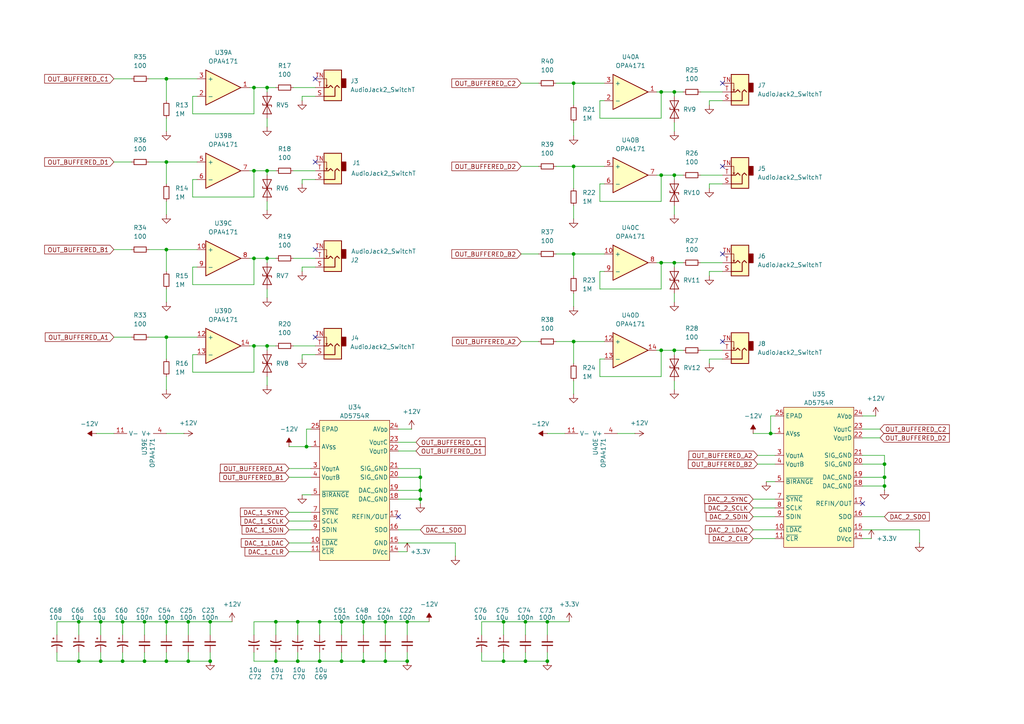
<source format=kicad_sch>
(kicad_sch (version 20250114) (generator "eeschema") (generator_version "9.0")
  (paper "A4")
  (junction (at 195.58 26.67))
  (junction (at 256.54 140.97))
  (junction (at 54.61 191.77))
  (junction (at 191.77 50.8))
  (junction (at 166.37 99.06))
  (junction (at 99.06 191.77))
  (junction (at 256.54 134.62))
  (junction (at 166.37 73.66))
  (junction (at 121.92 138.43))
  (junction (at 191.77 101.6))
  (junction (at 77.47 74.93))
  (junction (at 48.26 97.79))
  (junction (at 166.37 48.26))
  (junction (at 54.61 180.34))
  (junction (at 77.47 25.4))
  (junction (at 105.41 191.77))
  (junction (at 92.71 191.77))
  (junction (at 191.77 26.67))
  (junction (at 60.96 180.34))
  (junction (at 86.36 191.77))
  (junction (at 146.05 191.77))
  (junction (at 195.58 76.2))
  (junction (at 48.26 22.86))
  (junction (at 256.54 138.43))
  (junction (at 41.91 180.34))
  (junction (at 121.92 142.24))
  (junction (at 48.26 191.77))
  (junction (at 48.26 180.34))
  (junction (at 29.21 191.77))
  (junction (at 158.75 191.77))
  (junction (at 158.75 180.34))
  (junction (at 41.91 191.77))
  (junction (at 22.86 180.34))
  (junction (at 92.71 180.34))
  (junction (at 48.26 46.99))
  (junction (at 99.06 180.34))
  (junction (at 77.47 100.33))
  (junction (at 80.01 191.77))
  (junction (at 121.92 144.78))
  (junction (at 22.86 191.77))
  (junction (at 86.36 180.34))
  (junction (at 105.41 180.34))
  (junction (at 35.56 180.34))
  (junction (at 118.11 191.77))
  (junction (at 166.37 24.13))
  (junction (at 73.66 100.33))
  (junction (at 152.4 180.34))
  (junction (at 35.56 191.77))
  (junction (at 118.11 180.34))
  (junction (at 111.76 180.34))
  (junction (at 73.66 25.4))
  (junction (at 73.66 49.53))
  (junction (at 80.01 180.34))
  (junction (at 191.77 76.2))
  (junction (at 152.4 191.77))
  (junction (at 195.58 50.8))
  (junction (at 223.52 125.73))
  (junction (at 48.26 72.39))
  (junction (at 29.21 180.34))
  (junction (at 88.9 129.54))
  (junction (at 195.58 101.6))
  (junction (at 146.05 180.34))
  (junction (at 73.66 74.93))
  (junction (at 60.96 191.77))
  (junction (at 77.47 49.53))
  (junction (at 111.76 191.77))
  (no_connect (at 250.19 146.05))
  (no_connect (at 91.44 97.79))
  (no_connect (at 209.55 48.26))
  (no_connect (at 91.44 72.39))
  (no_connect (at 91.44 46.99))
  (no_connect (at 209.55 73.66))
  (no_connect (at 91.44 22.86))
  (no_connect (at 209.55 24.13))
  (no_connect (at 209.55 99.06))
  (no_connect (at 115.57 149.86))
  (wire (pts (xy 91.44 77.47) (xy 87.63 77.47)))
  (wire (pts (xy 173.99 29.21) (xy 173.99 34.29)))
  (wire (pts (xy 105.41 189.23) (xy 105.41 191.77)))
  (wire (pts (xy 33.02 46.99) (xy 38.1 46.99)))
  (wire (pts (xy 77.47 74.93) (xy 80.01 74.93)))
  (wire (pts (xy 158.75 180.34) (xy 165.1 180.34)))
  (wire (pts (xy 73.66 107.95) (xy 55.88 107.95)))
  (wire (pts (xy 16.51 180.34) (xy 16.51 184.15)))
  (wire (pts (xy 73.66 74.93) (xy 77.47 74.93)))
  (wire (pts (xy 48.26 97.79) (xy 48.26 104.14)))
  (wire (pts (xy 195.58 76.2) (xy 195.58 77.47)))
  (wire (pts (xy 139.7 189.23) (xy 139.7 191.77)))
  (wire (pts (xy 92.71 189.23) (xy 92.71 191.77)))
  (wire (pts (xy 195.58 59.69) (xy 195.58 62.23)))
  (wire (pts (xy 105.41 191.77) (xy 111.76 191.77)))
  (wire (pts (xy 166.37 85.09) (xy 166.37 88.9)))
  (wire (pts (xy 250.19 124.46) (xy 255.27 124.46)))
  (wire (pts (xy 173.99 83.82) (xy 173.99 78.74)))
  (wire (pts (xy 250.19 127) (xy 255.27 127)))
  (wire (pts (xy 80.01 191.77) (xy 86.36 191.77)))
  (wire (pts (xy 250.19 156.21) (xy 252.73 156.21)))
  (wire (pts (xy 72.39 74.93) (xy 73.66 74.93)))
  (wire (pts (xy 203.2 101.6) (xy 209.55 101.6)))
  (wire (pts (xy 43.18 22.86) (xy 48.26 22.86)))
  (wire (pts (xy 195.58 35.56) (xy 195.58 38.1)))
  (wire (pts (xy 41.91 180.34) (xy 48.26 180.34)))
  (wire (pts (xy 35.56 180.34) (xy 41.91 180.34)))
  (wire (pts (xy 48.26 180.34) (xy 48.26 184.15)))
  (wire (pts (xy 111.76 180.34) (xy 118.11 180.34)))
  (wire (pts (xy 173.99 58.42) (xy 173.99 53.34)))
  (wire (pts (xy 218.44 144.78) (xy 224.79 144.78)))
  (wire (pts (xy 190.5 26.67) (xy 191.77 26.67)))
  (wire (pts (xy 105.41 180.34) (xy 111.76 180.34)))
  (wire (pts (xy 219.71 132.08) (xy 224.79 132.08)))
  (wire (pts (xy 77.47 34.29) (xy 77.47 36.83)))
  (wire (pts (xy 48.26 46.99) (xy 57.15 46.99)))
  (wire (pts (xy 256.54 140.97) (xy 256.54 142.24)))
  (wire (pts (xy 91.44 102.87) (xy 87.63 102.87)))
  (wire (pts (xy 115.57 138.43) (xy 121.92 138.43)))
  (wire (pts (xy 115.57 153.67) (xy 121.92 153.67)))
  (wire (pts (xy 77.47 49.53) (xy 77.47 50.8)))
  (wire (pts (xy 219.71 134.62) (xy 224.79 134.62)))
  (wire (pts (xy 173.99 78.74) (xy 175.26 78.74)))
  (wire (pts (xy 55.88 33.02) (xy 73.66 33.02)))
  (wire (pts (xy 48.26 72.39) (xy 48.26 78.74)))
  (wire (pts (xy 41.91 191.77) (xy 48.26 191.77)))
  (wire (pts (xy 48.26 109.22) (xy 48.26 113.03)))
  (wire (pts (xy 166.37 24.13) (xy 175.26 24.13)))
  (wire (pts (xy 111.76 180.34) (xy 111.76 184.15)))
  (wire (pts (xy 35.56 189.23) (xy 35.56 191.77)))
  (wire (pts (xy 99.06 191.77) (xy 105.41 191.77)))
  (wire (pts (xy 218.44 125.73) (xy 223.52 125.73)))
  (wire (pts (xy 173.99 53.34) (xy 175.26 53.34)))
  (wire (pts (xy 60.96 180.34) (xy 60.96 184.15)))
  (wire (pts (xy 203.2 50.8) (xy 209.55 50.8)))
  (wire (pts (xy 191.77 101.6) (xy 195.58 101.6)))
  (wire (pts (xy 80.01 180.34) (xy 86.36 180.34)))
  (wire (pts (xy 218.44 156.21) (xy 224.79 156.21)))
  (wire (pts (xy 195.58 101.6) (xy 195.58 102.87)))
  (wire (pts (xy 191.77 26.67) (xy 191.77 34.29)))
  (wire (pts (xy 35.56 180.34) (xy 35.56 184.15)))
  (wire (pts (xy 77.47 58.42) (xy 77.47 60.96)))
  (wire (pts (xy 166.37 59.69) (xy 166.37 63.5)))
  (wire (pts (xy 87.63 52.07) (xy 87.63 53.34)))
  (wire (pts (xy 77.47 25.4) (xy 77.47 26.67)))
  (wire (pts (xy 54.61 191.77) (xy 60.96 191.77)))
  (wire (pts (xy 195.58 85.09) (xy 195.58 87.63)))
  (wire (pts (xy 191.77 83.82) (xy 173.99 83.82)))
  (wire (pts (xy 29.21 180.34) (xy 35.56 180.34)))
  (wire (pts (xy 203.2 26.67) (xy 209.55 26.67)))
  (wire (pts (xy 190.5 50.8) (xy 191.77 50.8)))
  (wire (pts (xy 48.26 189.23) (xy 48.26 191.77)))
  (wire (pts (xy 33.02 72.39) (xy 38.1 72.39)))
  (wire (pts (xy 73.66 74.93) (xy 73.66 82.55)))
  (wire (pts (xy 85.09 100.33) (xy 91.44 100.33)))
  (wire (pts (xy 29.21 189.23) (xy 29.21 191.77)))
  (wire (pts (xy 191.77 109.22) (xy 173.99 109.22)))
  (wire (pts (xy 22.86 189.23) (xy 22.86 191.77)))
  (wire (pts (xy 218.44 149.86) (xy 224.79 149.86)))
  (wire (pts (xy 132.08 161.29) (xy 132.08 157.48)))
  (wire (pts (xy 115.57 128.27) (xy 120.65 128.27)))
  (wire (pts (xy 121.92 142.24) (xy 121.92 144.78)))
  (wire (pts (xy 35.56 191.77) (xy 41.91 191.77)))
  (wire (pts (xy 146.05 180.34) (xy 146.05 184.15)))
  (wire (pts (xy 73.66 191.77) (xy 80.01 191.77)))
  (wire (pts (xy 88.9 124.46) (xy 90.17 124.46)))
  (wire (pts (xy 54.61 180.34) (xy 54.61 184.15)))
  (wire (pts (xy 158.75 125.73) (xy 163.83 125.73)))
  (wire (pts (xy 55.88 107.95) (xy 55.88 102.87)))
  (wire (pts (xy 146.05 189.23) (xy 146.05 191.77)))
  (wire (pts (xy 55.88 57.15) (xy 55.88 52.07)))
  (wire (pts (xy 195.58 76.2) (xy 198.12 76.2)))
  (wire (pts (xy 191.77 101.6) (xy 191.77 109.22)))
  (wire (pts (xy 195.58 50.8) (xy 195.58 52.07)))
  (wire (pts (xy 60.96 189.23) (xy 60.96 191.77)))
  (wire (pts (xy 48.26 34.29) (xy 48.26 38.1)))
  (wire (pts (xy 124.46 180.34) (xy 118.11 180.34)))
  (wire (pts (xy 173.99 109.22) (xy 173.99 104.14)))
  (wire (pts (xy 83.82 138.43) (xy 90.17 138.43)))
  (wire (pts (xy 105.41 180.34) (xy 105.41 184.15)))
  (wire (pts (xy 115.57 135.89) (xy 121.92 135.89)))
  (wire (pts (xy 73.66 82.55) (xy 55.88 82.55)))
  (wire (pts (xy 77.47 100.33) (xy 77.47 101.6)))
  (wire (pts (xy 166.37 99.06) (xy 166.37 105.41)))
  (wire (pts (xy 158.75 189.23) (xy 158.75 191.77)))
  (wire (pts (xy 250.19 120.65) (xy 254 120.65)))
  (wire (pts (xy 48.26 58.42) (xy 48.26 62.23)))
  (wire (pts (xy 195.58 26.67) (xy 195.58 27.94)))
  (wire (pts (xy 85.09 74.93) (xy 91.44 74.93)))
  (wire (pts (xy 29.21 180.34) (xy 29.21 184.15)))
  (wire (pts (xy 166.37 73.66) (xy 175.26 73.66)))
  (wire (pts (xy 205.74 53.34) (xy 205.74 54.61)))
  (wire (pts (xy 152.4 180.34) (xy 158.75 180.34)))
  (wire (pts (xy 33.02 22.86) (xy 38.1 22.86)))
  (wire (pts (xy 67.31 180.34) (xy 60.96 180.34)))
  (wire (pts (xy 209.55 104.14) (xy 205.74 104.14)))
  (wire (pts (xy 77.47 100.33) (xy 80.01 100.33)))
  (wire (pts (xy 77.47 83.82) (xy 77.47 86.36)))
  (wire (pts (xy 88.9 129.54) (xy 88.9 124.46)))
  (wire (pts (xy 43.18 97.79) (xy 48.26 97.79)))
  (wire (pts (xy 152.4 191.77) (xy 158.75 191.77)))
  (wire (pts (xy 77.47 109.22) (xy 77.47 111.76)))
  (wire (pts (xy 86.36 191.77) (xy 92.71 191.77)))
  (wire (pts (xy 99.06 180.34) (xy 105.41 180.34)))
  (wire (pts (xy 250.19 132.08) (xy 256.54 132.08)))
  (wire (pts (xy 166.37 73.66) (xy 166.37 80.01)))
  (wire (pts (xy 22.86 180.34) (xy 22.86 184.15)))
  (wire (pts (xy 190.5 76.2) (xy 191.77 76.2)))
  (wire (pts (xy 205.74 53.34) (xy 209.55 53.34)))
  (wire (pts (xy 161.29 24.13) (xy 166.37 24.13)))
  (wire (pts (xy 115.57 124.46) (xy 119.38 124.46)))
  (wire (pts (xy 166.37 24.13) (xy 166.37 30.48)))
  (wire (pts (xy 151.13 99.06) (xy 156.21 99.06)))
  (wire (pts (xy 72.39 25.4) (xy 73.66 25.4)))
  (wire (pts (xy 73.66 57.15) (xy 55.88 57.15)))
  (wire (pts (xy 266.7 157.48) (xy 266.7 153.67)))
  (wire (pts (xy 190.5 101.6) (xy 191.77 101.6)))
  (wire (pts (xy 266.7 153.67) (xy 250.19 153.67)))
  (wire (pts (xy 48.26 72.39) (xy 57.15 72.39)))
  (wire (pts (xy 29.21 191.77) (xy 35.56 191.77)))
  (wire (pts (xy 85.09 49.53) (xy 91.44 49.53)))
  (wire (pts (xy 27.94 125.73) (xy 33.02 125.73)))
  (wire (pts (xy 41.91 180.34) (xy 41.91 184.15)))
  (wire (pts (xy 161.29 99.06) (xy 166.37 99.06)))
  (wire (pts (xy 73.66 25.4) (xy 73.66 33.02)))
  (wire (pts (xy 195.58 50.8) (xy 198.12 50.8)))
  (wire (pts (xy 166.37 110.49) (xy 166.37 114.3)))
  (wire (pts (xy 73.66 180.34) (xy 80.01 180.34)))
  (wire (pts (xy 223.52 125.73) (xy 223.52 120.65)))
  (wire (pts (xy 55.88 52.07) (xy 57.15 52.07)))
  (wire (pts (xy 48.26 46.99) (xy 48.26 53.34)))
  (wire (pts (xy 111.76 191.77) (xy 118.11 191.77)))
  (wire (pts (xy 218.44 147.32) (xy 224.79 147.32)))
  (wire (pts (xy 166.37 99.06) (xy 175.26 99.06)))
  (wire (pts (xy 83.82 148.59) (xy 90.17 148.59)))
  (wire (pts (xy 173.99 104.14) (xy 175.26 104.14)))
  (wire (pts (xy 205.74 104.14) (xy 205.74 105.41)))
  (wire (pts (xy 256.54 134.62) (xy 256.54 138.43)))
  (wire (pts (xy 139.7 191.77) (xy 146.05 191.77)))
  (wire (pts (xy 195.58 101.6) (xy 198.12 101.6)))
  (wire (pts (xy 132.08 157.48) (xy 115.57 157.48)))
  (wire (pts (xy 173.99 34.29) (xy 191.77 34.29)))
  (wire (pts (xy 99.06 180.34) (xy 99.06 184.15)))
  (wire (pts (xy 250.19 138.43) (xy 256.54 138.43)))
  (wire (pts (xy 55.88 82.55) (xy 55.88 77.47)))
  (wire (pts (xy 77.47 74.93) (xy 77.47 76.2)))
  (wire (pts (xy 191.77 76.2) (xy 195.58 76.2)))
  (wire (pts (xy 115.57 144.78) (xy 121.92 144.78)))
  (wire (pts (xy 191.77 76.2) (xy 191.77 83.82)))
  (wire (pts (xy 161.29 73.66) (xy 166.37 73.66)))
  (wire (pts (xy 166.37 48.26) (xy 175.26 48.26)))
  (wire (pts (xy 87.63 143.51) (xy 90.17 143.51)))
  (wire (pts (xy 22.86 191.77) (xy 29.21 191.77)))
  (wire (pts (xy 77.47 49.53) (xy 80.01 49.53)))
  (wire (pts (xy 256.54 132.08) (xy 256.54 134.62)))
  (wire (pts (xy 151.13 24.13) (xy 156.21 24.13)))
  (wire (pts (xy 16.51 191.77) (xy 22.86 191.77)))
  (wire (pts (xy 55.88 77.47) (xy 57.15 77.47)))
  (wire (pts (xy 41.91 189.23) (xy 41.91 191.77)))
  (wire (pts (xy 80.01 180.34) (xy 80.01 184.15)))
  (wire (pts (xy 73.66 100.33) (xy 73.66 107.95)))
  (wire (pts (xy 80.01 189.23) (xy 80.01 191.77)))
  (wire (pts (xy 22.86 180.34) (xy 29.21 180.34)))
  (wire (pts (xy 87.63 102.87) (xy 87.63 104.14)))
  (wire (pts (xy 195.58 26.67) (xy 198.12 26.67)))
  (wire (pts (xy 158.75 180.34) (xy 158.75 184.15)))
  (wire (pts (xy 111.76 189.23) (xy 111.76 191.77)))
  (wire (pts (xy 16.51 180.34) (xy 22.86 180.34)))
  (wire (pts (xy 250.19 149.86) (xy 256.54 149.86)))
  (wire (pts (xy 115.57 160.02) (xy 118.11 160.02)))
  (wire (pts (xy 54.61 189.23) (xy 54.61 191.77)))
  (wire (pts (xy 205.74 29.21) (xy 205.74 30.48)))
  (wire (pts (xy 191.77 26.67) (xy 195.58 26.67)))
  (wire (pts (xy 73.66 25.4) (xy 77.47 25.4)))
  (wire (pts (xy 43.18 72.39) (xy 48.26 72.39)))
  (wire (pts (xy 115.57 142.24) (xy 121.92 142.24)))
  (wire (pts (xy 166.37 35.56) (xy 166.37 39.37)))
  (wire (pts (xy 118.11 180.34) (xy 118.11 184.15)))
  (wire (pts (xy 118.11 189.23) (xy 118.11 191.77)))
  (wire (pts (xy 209.55 29.21) (xy 205.74 29.21)))
  (wire (pts (xy 48.26 191.77) (xy 54.61 191.77)))
  (wire (pts (xy 88.9 129.54) (xy 90.17 129.54)))
  (wire (pts (xy 151.13 48.26) (xy 156.21 48.26)))
  (wire (pts (xy 92.71 180.34) (xy 99.06 180.34)))
  (wire (pts (xy 73.66 49.53) (xy 73.66 57.15)))
  (wire (pts (xy 48.26 97.79) (xy 57.15 97.79)))
  (wire (pts (xy 72.39 100.33) (xy 73.66 100.33)))
  (wire (pts (xy 205.74 78.74) (xy 205.74 80.01)))
  (wire (pts (xy 115.57 130.81) (xy 120.65 130.81)))
  (wire (pts (xy 73.66 189.23) (xy 73.66 191.77)))
  (wire (pts (xy 86.36 189.23) (xy 86.36 191.77)))
  (wire (pts (xy 91.44 27.94) (xy 87.63 27.94)))
  (wire (pts (xy 83.82 157.48) (xy 90.17 157.48)))
  (wire (pts (xy 92.71 180.34) (xy 92.71 184.15)))
  (wire (pts (xy 55.88 102.87) (xy 57.15 102.87)))
  (wire (pts (xy 92.71 191.77) (xy 99.06 191.77)))
  (wire (pts (xy 33.02 97.79) (xy 38.1 97.79)))
  (wire (pts (xy 48.26 22.86) (xy 57.15 22.86)))
  (wire (pts (xy 83.82 153.67) (xy 90.17 153.67)))
  (wire (pts (xy 54.61 180.34) (xy 60.96 180.34)))
  (wire (pts (xy 191.77 50.8) (xy 195.58 50.8)))
  (wire (pts (xy 72.39 49.53) (xy 73.66 49.53)))
  (wire (pts (xy 203.2 76.2) (xy 209.55 76.2)))
  (wire (pts (xy 83.82 160.02) (xy 90.17 160.02)))
  (wire (pts (xy 139.7 180.34) (xy 146.05 180.34)))
  (wire (pts (xy 146.05 191.77) (xy 152.4 191.77)))
  (wire (pts (xy 87.63 27.94) (xy 87.63 29.21)))
  (wire (pts (xy 179.07 125.73) (xy 184.15 125.73)))
  (wire (pts (xy 250.19 134.62) (xy 256.54 134.62)))
  (wire (pts (xy 83.82 135.89) (xy 90.17 135.89)))
  (wire (pts (xy 43.18 46.99) (xy 48.26 46.99)))
  (wire (pts (xy 73.66 49.53) (xy 77.47 49.53)))
  (wire (pts (xy 121.92 144.78) (xy 121.92 146.05)))
  (wire (pts (xy 152.4 180.34) (xy 152.4 184.15)))
  (wire (pts (xy 161.29 48.26) (xy 166.37 48.26)))
  (wire (pts (xy 166.37 48.26) (xy 166.37 54.61)))
  (wire (pts (xy 99.06 189.23) (xy 99.06 191.77)))
  (wire (pts (xy 205.74 78.74) (xy 209.55 78.74)))
  (wire (pts (xy 48.26 180.34) (xy 54.61 180.34)))
  (wire (pts (xy 191.77 58.42) (xy 173.99 58.42)))
  (wire (pts (xy 83.82 129.54) (xy 88.9 129.54)))
  (wire (pts (xy 222.25 139.7) (xy 224.79 139.7)))
  (wire (pts (xy 146.05 180.34) (xy 152.4 180.34)))
  (wire (pts (xy 195.58 110.49) (xy 195.58 113.03)))
  (wire (pts (xy 250.19 140.97) (xy 256.54 140.97)))
  (wire (pts (xy 175.26 29.21) (xy 173.99 29.21)))
  (wire (pts (xy 48.26 83.82) (xy 48.26 87.63)))
  (wire (pts (xy 151.13 73.66) (xy 156.21 73.66)))
  (wire (pts (xy 121.92 138.43) (xy 121.92 142.24)))
  (wire (pts (xy 73.66 100.33) (xy 77.47 100.33)))
  (wire (pts (xy 139.7 180.34) (xy 139.7 184.15)))
  (wire (pts (xy 16.51 189.23) (xy 16.51 191.77)))
  (wire (pts (xy 83.82 151.13) (xy 90.17 151.13)))
  (wire (pts (xy 55.88 27.94) (xy 55.88 33.02)))
  (wire (pts (xy 121.92 135.89) (xy 121.92 138.43)))
  (wire (pts (xy 86.36 180.34) (xy 92.71 180.34)))
  (wire (pts (xy 48.26 125.73) (xy 53.34 125.73)))
  (wire (pts (xy 48.26 22.86) (xy 48.26 29.21)))
  (wire (pts (xy 87.63 77.47) (xy 87.63 78.74)))
  (wire (pts (xy 223.52 125.73) (xy 224.79 125.73)))
  (wire (pts (xy 152.4 189.23) (xy 152.4 191.77)))
  (wire (pts (xy 73.66 180.34) (xy 73.66 184.15)))
  (wire (pts (xy 85.09 25.4) (xy 91.44 25.4)))
  (wire (pts (xy 191.77 50.8) (xy 191.77 58.42)))
  (wire (pts (xy 91.44 52.07) (xy 87.63 52.07)))
  (wire (pts (xy 77.47 25.4) (xy 80.01 25.4)))
  (wire (pts (xy 86.36 180.34) (xy 86.36 184.15)))
  (wire (pts (xy 218.44 153.67) (xy 224.79 153.67)))
  (wire (pts (xy 223.52 120.65) (xy 224.79 120.65)))
  (wire (pts (xy 57.15 27.94) (xy 55.88 27.94)))
  (wire (pts (xy 256.54 138.43) (xy 256.54 140.97)))
  (global_label "DAC_2_SDIN" (shape input) (at 218.44 149.86 180) (property "Intersheetrefs" "${INTERSHEET_REFS}" (effects (hide yes))))
  (global_label "OUT_BUFFERED_D2" (shape input) (at 151.13 48.26 180) (property "Intersheetrefs" "${INTERSHEET_REFS}" (effects (hide yes))))
  (global_label "OUT_BUFFERED_C2" (shape input) (at 151.13 24.13 180) (property "Intersheetrefs" "${INTERSHEET_REFS}" (effects (hide yes))))
  (global_label "OUT_BUFFERED_A2" (shape input) (at 219.71 132.08 180) (property "Intersheetrefs" "${INTERSHEET_REFS}" (effects (hide yes))))
  (global_label "DAC_1_SCLK" (shape input) (at 83.82 151.13 180) (property "Intersheetrefs" "${INTERSHEET_REFS}" (effects (hide yes))))
  (global_label "DAC_1_SDIN" (shape input) (at 83.82 153.67 180) (property "Intersheetrefs" "${INTERSHEET_REFS}" (effects (hide yes))))
  (global_label "OUT_BUFFERED_D1" (shape input) (at 120.65 130.81 0) (property "Intersheetrefs" "${INTERSHEET_REFS}" (effects (hide yes))))
  (global_label "OUT_BUFFERED_C1" (shape input) (at 120.65 128.27 0) (property "Intersheetrefs" "${INTERSHEET_REFS}" (effects (hide yes))))
  (global_label "OUT_BUFFERED_D2" (shape input) (at 255.27 127 0) (property "Intersheetrefs" "${INTERSHEET_REFS}" (effects (hide yes))))
  (global_label "DAC_2_LDAC" (shape input) (at 218.44 153.67 180) (property "Intersheetrefs" "${INTERSHEET_REFS}" (effects (hide yes))))
  (global_label "DAC_1_SYNC" (shape input) (at 83.82 148.59 180) (property "Intersheetrefs" "${INTERSHEET_REFS}" (effects (hide yes))))
  (global_label "DAC_2_SDO" (shape input) (at 256.54 149.86 0) (property "Intersheetrefs" "${INTERSHEET_REFS}" (effects (hide yes))))
  (global_label "DAC_1_LDAC" (shape input) (at 83.82 157.48 180) (property "Intersheetrefs" "${INTERSHEET_REFS}" (effects (hide yes))))
  (global_label "DAC_2_CLR" (shape input) (at 218.44 156.21 180) (property "Intersheetrefs" "${INTERSHEET_REFS}" (effects (hide yes))))
  (global_label "OUT_BUFFERED_A2" (shape input) (at 151.13 99.06 180) (property "Intersheetrefs" "${INTERSHEET_REFS}" (effects (hide yes))))
  (global_label "DAC_1_CLR" (shape input) (at 83.82 160.02 180) (property "Intersheetrefs" "${INTERSHEET_REFS}" (effects (hide yes))))
  (global_label "DAC_2_SYNC" (shape input) (at 218.44 144.78 180) (property "Intersheetrefs" "${INTERSHEET_REFS}" (effects (hide yes))))
  (global_label "OUT_BUFFERED_A1" (shape input) (at 83.82 135.89 180) (property "Intersheetrefs" "${INTERSHEET_REFS}" (effects (hide yes))))
  (global_label "DAC_2_SCLK" (shape input) (at 218.44 147.32 180) (property "Intersheetrefs" "${INTERSHEET_REFS}" (effects (hide yes))))
  (global_label "OUT_BUFFERED_B2" (shape input) (at 219.71 134.62 180) (property "Intersheetrefs" "${INTERSHEET_REFS}" (effects (hide yes))))
  (global_label "OUT_BUFFERED_A1" (shape input) (at 33.02 97.79 180) (property "Intersheetrefs" "${INTERSHEET_REFS}" (effects (hide yes))))
  (global_label "OUT_BUFFERED_C2" (shape input) (at 255.27 124.46 0) (property "Intersheetrefs" "${INTERSHEET_REFS}" (effects (hide yes))))
  (global_label "OUT_BUFFERED_B2" (shape input) (at 151.13 73.66 180) (property "Intersheetrefs" "${INTERSHEET_REFS}" (effects (hide yes))))
  (global_label "OUT_BUFFERED_B1" (shape input) (at 33.02 72.39 180) (property "Intersheetrefs" "${INTERSHEET_REFS}" (effects (hide yes))))
  (global_label "DAC_1_SDO" (shape input) (at 121.92 153.67 0) (property "Intersheetrefs" "${INTERSHEET_REFS}" (effects (hide yes))))
  (global_label "OUT_BUFFERED_B1" (shape input) (at 83.82 138.43 180) (property "Intersheetrefs" "${INTERSHEET_REFS}" (effects (hide yes))))
  (global_label "OUT_BUFFERED_D1" (shape input) (at 33.02 46.99 180) (property "Intersheetrefs" "${INTERSHEET_REFS}" (effects (hide yes))))
  (global_label "OUT_BUFFERED_C1" (shape input) (at 33.02 22.86 180) (property "Intersheetrefs" "${INTERSHEET_REFS}" (effects (hide yes))))
  (symbol (lib_id "Diode:SD12_SOD323") (at 77.47 105.41 90) (unit 1)
    (property "Reference" "RV8" (at 80.01 105.4099 90) (effects (justify right)))
    (property "Value" "SD12C-01FTG" (effects (hide yes)))
    (property "Footprint" "Diode_SMD:D_SOD-323" (effects (hide yes)))
    (property "Datasheet" "https://www.littelfuse.com/~/media/electronics/datasheets/tvs_diode_arrays/littelfuse_tvs_diode_array_sd_c_datasheet.pdf.pdf" (effects (hide yes)))
    (property "Description" "12V, 450W Discrete Bidirectional TVS Diode, SOD-323" (effects (hide yes)))
    (property "Sim.Name" "kicad_builtin_varistor" (effects (hide yes)))
    (property "Sim.Device" "SUBCKT" (effects (hide yes)))
    (property "Sim.Pins" "1=A 2=B" (effects (hide yes)))
    (property "Sim.Params" "threshold=1k" (effects (hide yes)))
    (property "Sim.Library" "${KICAD7_SYMBOL_DIR}/Simulation_SPICE.sp" (effects (hide yes)))
    (property "LCSC Part #" "C135970" (effects (hide yes)))
  )
  (symbol (lib_id "Diode:SD12_SOD323") (at 195.58 81.28 90) (unit 1)
    (property "Reference" "RV11" (at 198.12 81.2799 90) (effects (justify right)))
    (property "Value" "SD12C-01FTG" (effects (hide yes)))
    (property "Footprint" "Diode_SMD:D_SOD-323" (effects (hide yes)))
    (property "Datasheet" "https://www.littelfuse.com/~/media/electronics/datasheets/tvs_diode_arrays/littelfuse_tvs_diode_array_sd_c_datasheet.pdf.pdf" (effects (hide yes)))
    (property "Description" "12V, 450W Discrete Bidirectional TVS Diode, SOD-323" (effects (hide yes)))
    (property "Sim.Name" "kicad_builtin_varistor" (effects (hide yes)))
    (property "Sim.Device" "SUBCKT" (effects (hide yes)))
    (property "Sim.Pins" "1=A 2=B" (effects (hide yes)))
    (property "Sim.Params" "threshold=1k" (effects (hide yes)))
    (property "Sim.Library" "${KICAD7_SYMBOL_DIR}/Simulation_SPICE.sp" (effects (hide yes)))
    (property "LCSC Part #" "C135970" (effects (hide yes)))
  )
  (symbol (lib_id "Device:C_Polarized_Small_US") (at 22.86 186.69 0) (unit 1)
    (property "Reference" "C66" (at 20.574 177.038 0) (effects (justify left)))
    (property "Value" "10u" (at 20.574 179.07 0) (effects (justify left)))
    (property "Footprint" "Capacitor_SMD:C_0805_2012Metric" (effects (hide yes)))
    (property "Description" "Tantalum Capacitor (polarized)" (effects (hide yes)))
    (property "LCSC Part #" "C237493" (effects (hide yes)))
  )
  (symbol (lib_id "power:-12V") (at 218.44 125.73 0) (mirror y) (unit 1)
    (property "Reference" "#PWR0237" (effects (hide yes)))
    (property "Value" "-12V" (at 218.44 120.65 0))
    (property "Description" "Power symbol creates a global label with name \"-12V\"" (effects (hide yes)))
  )
  (symbol (lib_id "power:GND") (at 222.25 139.7 0) (unit 1)
    (property "Reference" "#PWR0251" (effects (hide yes)))
    (property "Value" "GND" (effects (hide yes)))
    (property "Description" "Power symbol creates a global label with name \"GND\" , ground" (effects (hide yes)))
  )
  (symbol (lib_id "Device:C_Small") (at 48.26 186.69 0) (mirror y) (unit 1)
    (property "Reference" "C54" (at 45.72 177.038 0) (effects (justify right)))
    (property "Value" "100n" (at 45.72 179.07 0) (effects (justify right)))
    (property "Footprint" "Capacitor_SMD:C_0603_1608Metric" (effects (hide yes)))
    (property "Description" "Multilayer Ceramic Capacitor (unpolarized)" (effects (hide yes)))
    (property "LCSC Part #" "C14663" (effects (hide yes)))
  )
  (symbol (lib_id "Device:Opamp_Quad") (at 182.88 26.67 0) (unit 1)
    (property "Reference" "U40" (at 182.88 16.51 0))
    (property "Value" "OPA4171" (at 182.88 19.05 0))
    (property "Footprint" "Package_SO:TSSOP-14_4.4x5mm_P0.65mm" (effects (hide yes)))
    (property "Description" "Quad 8pA 1.5V/us 3MHz TSSOP-14 Operational Amplifier ROHS" (effects (hide yes)))
    (property "Sim.Library" "${KICAD7_SYMBOL_DIR}/Simulation_SPICE.sp" (effects (hide yes)))
    (property "Sim.Name" "kicad_builtin_opamp_quad" (effects (hide yes)))
    (property "Sim.Device" "SUBCKT" (effects (hide yes)))
    (property "Sim.Pins" "1=out1 2=in1- 3=in1+ 4=vcc 5=in2+ 6=in2- 7=out2 8=out3 9=in3- 10=in3+ 11=vee 12=in4+ 13=in4- 14=out4" (effects (hide yes)))
    (property "LCSC Part #" "C529553" (effects (hide yes)))
  )
  (symbol (lib_id "Device:C_Polarized_Small_US") (at 29.21 186.69 0) (unit 1)
    (property "Reference" "C63" (at 26.924 177.038 0) (effects (justify left)))
    (property "Value" "10u" (at 26.924 179.07 0) (effects (justify left)))
    (property "Footprint" "Capacitor_SMD:C_0805_2012Metric" (effects (hide yes)))
    (property "Description" "Tantalum Capacitor (polarized)" (effects (hide yes)))
    (property "LCSC Part #" "C237493" (effects (hide yes)))
  )
  (symbol (lib_id "power:+12V") (at 119.38 124.46 0) (unit 1)
    (property "Reference" "#PWR0242" (effects (hide yes)))
    (property "Value" "+12V" (at 119.38 119.38 0))
    (property "Description" "Power symbol creates a global label with name \"+12V\"" (effects (hide yes)))
  )
  (symbol (lib_id "power:GND") (at 205.74 30.48 0) (unit 1)
    (property "Reference" "#PWR059" (effects (hide yes)))
    (property "Value" "GND" (effects (hide yes)))
    (property "Description" "Power symbol creates a global label with name \"GND\" , ground" (effects (hide yes)))
  )
  (symbol (lib_id "Device:R_Small") (at 158.75 24.13 90) (unit 1)
    (property "Reference" "R40" (at 158.75 17.78 90))
    (property "Value" "100" (at 158.75 20.32 90))
    (property "Footprint" "Resistor_SMD:R_0402_1005Metric" (effects (hide yes)))
    (property "Description" "Resistor, small symbol" (effects (hide yes)))
    (property "LCSC Part #" "C25076" (effects (hide yes)))
  )
  (symbol (lib_id "power:GND") (at 166.37 63.5 0) (unit 1)
    (property "Reference" "#PWR051" (effects (hide yes)))
    (property "Value" "GND" (effects (hide yes)))
    (property "Description" "Power symbol creates a global label with name \"GND\" , ground" (effects (hide yes)))
  )
  (symbol (lib_id "Device:R_Small") (at 200.66 76.2 90) (unit 1)
    (property "Reference" "R27" (at 200.66 69.85 90))
    (property "Value" "100" (at 200.66 72.39 90))
    (property "Footprint" "Resistor_SMD:R_0603_1608Metric" (effects (hide yes)))
    (property "Description" "Resistor, small symbol" (effects (hide yes)))
    (property "LCSC Part #" "C22775" (effects (hide yes)))
  )
  (symbol (lib_id "Device:C_Polarized_Small_US") (at 16.51 186.69 0) (unit 1)
    (property "Reference" "C68" (at 14.224 177.038 0) (effects (justify left)))
    (property "Value" "10u" (at 14.224 179.07 0) (effects (justify left)))
    (property "Footprint" "Capacitor_SMD:C_0805_2012Metric" (effects (hide yes)))
    (property "Description" "Tantalum Capacitor (polarized)" (effects (hide yes)))
    (property "LCSC Part #" "C237493" (effects (hide yes)))
  )
  (symbol (lib_id "Connector_Audio:AudioJack2_SwitchT") (at 96.52 25.4 180) (unit 1)
    (property "Reference" "J3" (at 101.6 23.4949 0) (effects (justify right)))
    (property "Value" "AudioJack2_SwitchT" (at 101.6 26.0349 0) (effects (justify right)))
    (property "Footprint" "BMCV:Jack_3.5mm_QingPu_WQP-PJ398SM_Vertical_CircularHoles" (effects (hide yes)))
    (property "Description" "Audio Jack, 2 Poles (Mono / TS), Switched T Pole (Normalling)" (effects (hide yes)))
  )
  (symbol (lib_id "power:GND") (at 87.63 104.14 0) (unit 1)
    (property "Reference" "#PWR055" (effects (hide yes)))
    (property "Value" "GND" (effects (hide yes)))
    (property "Description" "Power symbol creates a global label with name \"GND\" , ground" (effects (hide yes)))
  )
  (symbol (lib_id "Diode:SD12_SOD323") (at 195.58 106.68 90) (unit 1)
    (property "Reference" "RV12" (at 203.2 106.68 90) (effects (justify left)))
    (property "Value" "SD12C-01FTG" (effects (hide yes)))
    (property "Footprint" "Diode_SMD:D_SOD-323" (effects (hide yes)))
    (property "Datasheet" "https://www.littelfuse.com/~/media/electronics/datasheets/tvs_diode_arrays/littelfuse_tvs_diode_array_sd_c_datasheet.pdf.pdf" (effects (hide yes)))
    (property "Description" "12V, 450W Discrete Bidirectional TVS Diode, SOD-323" (effects (hide yes)))
    (property "Sim.Name" "kicad_builtin_varistor" (effects (hide yes)))
    (property "Sim.Device" "SUBCKT" (effects (hide yes)))
    (property "Sim.Pins" "1=A 2=B" (effects (hide yes)))
    (property "Sim.Params" "threshold=1k" (effects (hide yes)))
    (property "Sim.Library" "${KICAD7_SYMBOL_DIR}/Simulation_SPICE.sp" (effects (hide yes)))
    (property "LCSC Part #" "C135970" (effects (hide yes)))
  )
  (symbol (lib_id "power:GND") (at 48.26 87.63 0) (unit 1)
    (property "Reference" "#PWR044" (effects (hide yes)))
    (property "Value" "GND" (effects (hide yes)))
    (property "Description" "Power symbol creates a global label with name \"GND\" , ground" (effects (hide yes)))
  )
  (symbol (lib_id "Device:C_Small") (at 99.06 186.69 0) (mirror x) (unit 1)
    (property "Reference" "C51" (at 100.584 177.038 0) (effects (justify right)))
    (property "Value" "100n" (at 101.6 179.07 0) (effects (justify right)))
    (property "Footprint" "Capacitor_SMD:C_0603_1608Metric" (effects (hide yes)))
    (property "Description" "Multilayer Ceramic Capacitor (unpolarized)" (effects (hide yes)))
    (property "LCSC Part #" "C14663" (effects (hide yes)))
  )
  (symbol (lib_id "power:+12V") (at 53.34 125.73 270) (unit 1)
    (property "Reference" "#PWR049" (effects (hide yes)))
    (property "Value" "+12V" (at 54.61 122.682 90))
    (property "Description" "Power symbol creates a global label with name \"+12V\"" (effects (hide yes)))
  )
  (symbol (lib_id "Device:Opamp_Quad") (at 40.64 128.27 270) (unit 5)
    (property "Reference" "U39" (at 41.9101 127 0) (effects (justify left)))
    (property "Value" "OPA4171" (at 44.196 127 0) (effects (justify left)))
    (property "Footprint" "Package_SO:TSSOP-14_4.4x5mm_P0.65mm" (effects (hide yes)))
    (property "Description" "Quad 8pA 1.5V/us 3MHz TSSOP-14 Operational Amplifier ROHS" (effects (hide yes)))
    (property "Sim.Library" "${KICAD7_SYMBOL_DIR}/Simulation_SPICE.sp" (effects (hide yes)))
    (property "Sim.Name" "kicad_builtin_opamp_quad" (effects (hide yes)))
    (property "Sim.Device" "SUBCKT" (effects (hide yes)))
    (property "Sim.Pins" "1=out1 2=in1- 3=in1+ 4=vcc 5=in2+ 6=in2- 7=out2 8=out3 9=in3- 10=in3+ 11=vee 12=in4+ 13=in4- 14=out4" (effects (hide yes)))
    (property "LCSC Part #" "C529553" (effects (hide yes)))
  )
  (symbol (lib_id "Diode:SD12_SOD323") (at 195.58 55.88 90) (unit 1)
    (property "Reference" "RV10" (at 198.12 55.8799 90) (effects (justify right)))
    (property "Value" "SD12C-01FTG" (effects (hide yes)))
    (property "Footprint" "Diode_SMD:D_SOD-323" (effects (hide yes)))
    (property "Datasheet" "https://www.littelfuse.com/~/media/electronics/datasheets/tvs_diode_arrays/littelfuse_tvs_diode_array_sd_c_datasheet.pdf.pdf" (effects (hide yes)))
    (property "Description" "12V, 450W Discrete Bidirectional TVS Diode, SOD-323" (effects (hide yes)))
    (property "Sim.Name" "kicad_builtin_varistor" (effects (hide yes)))
    (property "Sim.Device" "SUBCKT" (effects (hide yes)))
    (property "Sim.Pins" "1=A 2=B" (effects (hide yes)))
    (property "Sim.Params" "threshold=1k" (effects (hide yes)))
    (property "Sim.Library" "${KICAD7_SYMBOL_DIR}/Simulation_SPICE.sp" (effects (hide yes)))
    (property "LCSC Part #" "C135970" (effects (hide yes)))
  )
  (symbol (lib_id "power:-12V") (at 124.46 180.34 0) (mirror y) (unit 1)
    (property "Reference" "#PWR0252" (effects (hide yes)))
    (property "Value" "-12V" (at 124.46 175.26 0))
    (property "Description" "Power symbol creates a global label with name \"-12V\"" (effects (hide yes)))
  )
  (symbol (lib_id "Device:R_Small") (at 82.55 25.4 90) (unit 1)
    (property "Reference" "R17" (at 82.55 19.05 90))
    (property "Value" "100" (at 82.55 21.59 90))
    (property "Footprint" "Resistor_SMD:R_0603_1608Metric" (effects (hide yes)))
    (property "Description" "Resistor, small symbol" (effects (hide yes)))
    (property "LCSC Part #" "C22775" (effects (hide yes)))
  )
  (symbol (lib_id "power:-12V") (at 158.75 125.73 90) (unit 1)
    (property "Reference" "#PWR062" (effects (hide yes)))
    (property "Value" "-12V" (at 156.718 122.936 90))
    (property "Description" "Power symbol creates a global label with name \"-12V\"" (effects (hide yes)))
  )
  (symbol (lib_id "Connector_Audio:AudioJack2_SwitchT") (at 96.52 74.93 180) (unit 1)
    (property "Reference" "J2" (at 102.87 75.438 0))
    (property "Value" "AudioJack2_SwitchT" (at 111.252 72.898 0))
    (property "Footprint" "BMCV:Jack_3.5mm_QingPu_WQP-PJ398SM_Vertical_CircularHoles" (effects (hide yes)))
    (property "Description" "Audio Jack, 2 Poles (Mono / TS), Switched T Pole (Normalling)" (effects (hide yes)))
  )
  (symbol (lib_id "Device:C_Polarized_Small_US") (at 86.36 186.69 180) (unit 1)
    (property "Reference" "C70" (at 88.646 196.342 0) (effects (justify left)))
    (property "Value" "10u" (at 88.646 194.31 0) (effects (justify left)))
    (property "Footprint" "Capacitor_SMD:C_0805_2012Metric" (effects (hide yes)))
    (property "Description" "Tantalum Capacitor (polarized)" (effects (hide yes)))
    (property "LCSC Part #" "C237493" (effects (hide yes)))
  )
  (symbol (lib_id "Device:Opamp_Quad") (at 64.77 100.33 0) (unit 4)
    (property "Reference" "U39" (at 64.77 90.17 0))
    (property "Value" "OPA4171" (at 64.77 92.71 0))
    (property "Footprint" "Package_SO:TSSOP-14_4.4x5mm_P0.65mm" (effects (hide yes)))
    (property "Description" "Quad 8pA 1.5V/us 3MHz TSSOP-14 Operational Amplifier ROHS" (effects (hide yes)))
    (property "Sim.Library" "${KICAD7_SYMBOL_DIR}/Simulation_SPICE.sp" (effects (hide yes)))
    (property "Sim.Name" "kicad_builtin_opamp_quad" (effects (hide yes)))
    (property "Sim.Device" "SUBCKT" (effects (hide yes)))
    (property "Sim.Pins" "1=out1 2=in1- 3=in1+ 4=vcc 5=in2+ 6=in2- 7=out2 8=out3 9=in3- 10=in3+ 11=vee 12=in4+ 13=in4- 14=out4" (effects (hide yes)))
    (property "LCSC Part #" "C529553" (effects (hide yes)))
  )
  (symbol (lib_id "PCM_4ms_Power-symbol:+3.3V") (at 252.73 156.21 0) (unit 1)
    (property "Reference" "#PWR043" (effects (hide yes)))
    (property "Value" "+3.3V" (at 257.175 156.21 0))
  )
  (symbol (lib_id "power:GND") (at 195.58 113.03 0) (unit 1)
    (property "Reference" "#PWR077" (effects (hide yes)))
    (property "Value" "GND" (effects (hide yes)))
    (property "Description" "Power symbol creates a global label with name \"GND\" , ground" (effects (hide yes)))
  )
  (symbol (lib_id "Device:C_Small") (at 158.75 186.69 180) (unit 1)
    (property "Reference" "C73" (at 156.464 177.038 0) (effects (justify right)))
    (property "Value" "100n" (at 156.21 179.07 0) (effects (justify right)))
    (property "Footprint" "Capacitor_SMD:C_0603_1608Metric" (effects (hide yes)))
    (property "Description" "Multilayer Ceramic Capacitor (unpolarized)" (effects (hide yes)))
    (property "LCSC Part #" "C14663" (effects (hide yes)))
  )
  (symbol (lib_id "Device:C_Polarized_Small_US") (at 35.56 186.69 0) (unit 1)
    (property "Reference" "C60" (at 33.274 177.038 0) (effects (justify left)))
    (property "Value" "10u" (at 33.274 179.07 0) (effects (justify left)))
    (property "Footprint" "Capacitor_SMD:C_0805_2012Metric" (effects (hide yes)))
    (property "Description" "Tantalum Capacitor (polarized)" (effects (hide yes)))
    (property "LCSC Part #" "C237493" (effects (hide yes)))
  )
  (symbol (lib_id "power:+12V") (at 67.31 180.34 0) (unit 1)
    (property "Reference" "#PWR0238" (effects (hide yes)))
    (property "Value" "+12V" (at 67.31 175.26 0))
    (property "Description" "Power symbol creates a global label with name \"+12V\"" (effects (hide yes)))
  )
  (symbol (lib_id "power:+12V") (at 184.15 125.73 270) (unit 1)
    (property "Reference" "#PWR065" (effects (hide yes)))
    (property "Value" "+12V" (at 185.42 122.682 90))
    (property "Description" "Power symbol creates a global label with name \"+12V\"" (effects (hide yes)))
  )
  (symbol (lib_id "Device:R_Small") (at 82.55 100.33 90) (unit 1)
    (property "Reference" "R20" (at 82.55 93.98 90))
    (property "Value" "100" (at 82.55 96.52 90))
    (property "Footprint" "Resistor_SMD:R_0603_1608Metric" (effects (hide yes)))
    (property "Description" "Resistor, small symbol" (effects (hide yes)))
    (property "LCSC Part #" "C22775" (effects (hide yes)))
  )
  (symbol (lib_id "power:GND") (at 132.08 161.29 0) (unit 1)
    (property "Reference" "#PWR0246" (effects (hide yes)))
    (property "Value" "GND" (effects (hide yes)))
    (property "Description" "Power symbol creates a global label with name \"GND\" , ground" (effects (hide yes)))
  )
  (symbol (lib_id "Device:R_Small") (at 48.26 55.88 0) (unit 1)
    (property "Reference" "R14" (at 50.8 54.6099 0) (effects (justify left)))
    (property "Value" "1M" (at 50.8 57.1499 0) (effects (justify left)))
    (property "Footprint" "Resistor_SMD:R_0603_1608Metric" (effects (hide yes)))
    (property "Description" "Resistor, small symbol" (effects (hide yes)))
    (property "LCSC Part #" "C22935" (effects (hide yes)))
  )
  (symbol (lib_id "Device:Opamp_Quad") (at 182.88 101.6 0) (unit 4)
    (property "Reference" "U40" (at 182.88 91.44 0))
    (property "Value" "OPA4171" (at 182.88 93.98 0))
    (property "Footprint" "Package_SO:TSSOP-14_4.4x5mm_P0.65mm" (effects (hide yes)))
    (property "Description" "Quad 8pA 1.5V/us 3MHz TSSOP-14 Operational Amplifier ROHS" (effects (hide yes)))
    (property "Sim.Library" "${KICAD7_SYMBOL_DIR}/Simulation_SPICE.sp" (effects (hide yes)))
    (property "Sim.Name" "kicad_builtin_opamp_quad" (effects (hide yes)))
    (property "Sim.Device" "SUBCKT" (effects (hide yes)))
    (property "Sim.Pins" "1=out1 2=in1- 3=in1+ 4=vcc 5=in2+ 6=in2- 7=out2 8=out3 9=in3- 10=in3+ 11=vee 12=in4+ 13=in4- 14=out4" (effects (hide yes)))
    (property "LCSC Part #" "C529553" (effects (hide yes)))
  )
  (symbol (lib_id "Device:Opamp_Quad") (at 182.88 50.8 0) (unit 2)
    (property "Reference" "U40" (at 182.88 40.64 0))
    (property "Value" "OPA4171" (at 182.88 43.18 0))
    (property "Footprint" "Package_SO:TSSOP-14_4.4x5mm_P0.65mm" (effects (hide yes)))
    (property "Description" "Quad 8pA 1.5V/us 3MHz TSSOP-14 Operational Amplifier ROHS" (effects (hide yes)))
    (property "Sim.Library" "${KICAD7_SYMBOL_DIR}/Simulation_SPICE.sp" (effects (hide yes)))
    (property "Sim.Name" "kicad_builtin_opamp_quad" (effects (hide yes)))
    (property "Sim.Device" "SUBCKT" (effects (hide yes)))
    (property "Sim.Pins" "1=out1 2=in1- 3=in1+ 4=vcc 5=in2+ 6=in2- 7=out2 8=out3 9=in3- 10=in3+ 11=vee 12=in4+ 13=in4- 14=out4" (effects (hide yes)))
    (property "LCSC Part #" "C529553" (effects (hide yes)))
  )
  (symbol (lib_id "power:GND") (at 77.47 111.76 0) (unit 1)
    (property "Reference" "#PWR073" (effects (hide yes)))
    (property "Value" "GND" (effects (hide yes)))
    (property "Description" "Power symbol creates a global label with name \"GND\" , ground" (effects (hide yes)))
  )
  (symbol (lib_id "power:GND") (at 256.54 142.24 0) (unit 1)
    (property "Reference" "#PWR0244" (effects (hide yes)))
    (property "Value" "GND" (effects (hide yes)))
    (property "Description" "Power symbol creates a global label with name \"GND\" , ground" (effects (hide yes)))
  )
  (symbol (lib_id "Device:C_Small") (at 41.91 186.69 0) (mirror y) (unit 1)
    (property "Reference" "C57" (at 39.37 177.038 0) (effects (justify right)))
    (property "Value" "100n" (at 39.37 179.07 0) (effects (justify right)))
    (property "Footprint" "Capacitor_SMD:C_0603_1608Metric" (effects (hide yes)))
    (property "Description" "Multilayer Ceramic Capacitor (unpolarized)" (effects (hide yes)))
    (property "LCSC Part #" "C14663" (effects (hide yes)))
  )
  (symbol (lib_id "Device:R_Small") (at 48.26 31.75 0) (unit 1)
    (property "Reference" "R13" (at 50.8 30.4799 0) (effects (justify left)))
    (property "Value" "1M" (at 50.8 33.0199 0) (effects (justify left)))
    (property "Footprint" "Resistor_SMD:R_0603_1608Metric" (effects (hide yes)))
    (property "Description" "Resistor, small symbol" (effects (hide yes)))
    (property "LCSC Part #" "C22935" (effects (hide yes)))
  )
  (symbol (lib_id "BMCV:AD57x4R") (at 237.49 139.7 0) (unit 1)
    (property "Reference" "U35" (at 237.49 114.3 0))
    (property "Value" "AD5754R" (at 237.49 116.84 0))
    (property "Footprint" "BMCV:TSSOP-24-1EP_4.4x7.8mm_P0.65mm_EP3.2x5mm" (effects (hide yes)))
    (property "Description" "12us 2.7V~5.5V 16-Bit TSSOP-24-EP Digital to Analog Converters (DAC) ROHS" (effects (hide yes)))
    (property "LCSC Part #" "C392906" (effects (hide yes)))
  )
  (symbol (lib_id "Device:C_Small") (at 54.61 186.69 180) (unit 1)
    (property "Reference" "C25" (at 52.07 177.038 0) (effects (justify right)))
    (property "Value" "100n" (at 52.07 179.07 0) (effects (justify right)))
    (property "Footprint" "Capacitor_SMD:C_0603_1608Metric" (effects (hide yes)))
    (property "Description" "Multilayer Ceramic Capacitor (unpolarized)" (effects (hide yes)))
    (property "LCSC Part #" "C14663" (effects (hide yes)))
  )
  (symbol (lib_id "power:GND") (at 195.58 87.63 0) (unit 1)
    (property "Reference" "#PWR076" (effects (hide yes)))
    (property "Value" "GND" (effects (hide yes)))
    (property "Description" "Power symbol creates a global label with name \"GND\" , ground" (effects (hide yes)))
  )
  (symbol (lib_id "power:GND") (at 77.47 60.96 0) (unit 1)
    (property "Reference" "#PWR071" (effects (hide yes)))
    (property "Value" "GND" (effects (hide yes)))
    (property "Description" "Power symbol creates a global label with name \"GND\" , ground" (effects (hide yes)))
  )
  (symbol (lib_id "Device:R_Small") (at 82.55 74.93 90) (unit 1)
    (property "Reference" "R19" (at 82.55 68.58 90))
    (property "Value" "100" (at 82.55 71.12 90))
    (property "Footprint" "Resistor_SMD:R_0603_1608Metric" (effects (hide yes)))
    (property "Description" "Resistor, small symbol" (effects (hide yes)))
    (property "LCSC Part #" "C22775" (effects (hide yes)))
  )
  (symbol (lib_id "Diode:SD12_SOD323") (at 195.58 31.75 90) (unit 1)
    (property "Reference" "RV9" (at 198.12 31.7499 90) (effects (justify right)))
    (property "Value" "SD12C-01FTG" (effects (hide yes)))
    (property "Footprint" "Diode_SMD:D_SOD-323" (effects (hide yes)))
    (property "Datasheet" "https://www.littelfuse.com/~/media/electronics/datasheets/tvs_diode_arrays/littelfuse_tvs_diode_array_sd_c_datasheet.pdf.pdf" (effects (hide yes)))
    (property "Description" "12V, 450W Discrete Bidirectional TVS Diode, SOD-323" (effects (hide yes)))
    (property "Sim.Name" "kicad_builtin_varistor" (effects (hide yes)))
    (property "Sim.Device" "SUBCKT" (effects (hide yes)))
    (property "Sim.Pins" "1=A 2=B" (effects (hide yes)))
    (property "Sim.Params" "threshold=1k" (effects (hide yes)))
    (property "Sim.Library" "${KICAD7_SYMBOL_DIR}/Simulation_SPICE.sp" (effects (hide yes)))
    (property "LCSC Part #" "C135970" (effects (hide yes)))
  )
  (symbol (lib_id "PCM_4ms_Power-symbol:+3.3V") (at 118.11 160.02 0) (unit 1)
    (property "Reference" "#PWR064" (effects (hide yes)))
    (property "Value" "+3.3V" (at 121.92 160.02 0))
  )
  (symbol (lib_id "Device:R_Small") (at 40.64 72.39 90) (unit 1)
    (property "Reference" "R34" (at 40.64 66.04 90))
    (property "Value" "100" (at 40.64 68.58 90))
    (property "Footprint" "Resistor_SMD:R_0402_1005Metric" (effects (hide yes)))
    (property "Description" "Resistor, small symbol" (effects (hide yes)))
    (property "LCSC Part #" "C25076" (effects (hide yes)))
  )
  (symbol (lib_id "power:GND") (at 166.37 39.37 0) (unit 1)
    (property "Reference" "#PWR050" (effects (hide yes)))
    (property "Value" "GND" (effects (hide yes)))
    (property "Description" "Power symbol creates a global label with name \"GND\" , ground" (effects (hide yes)))
  )
  (symbol (lib_id "Device:C_Small") (at 60.96 186.69 180) (unit 1)
    (property "Reference" "C23" (at 58.42 177.038 0) (effects (justify right)))
    (property "Value" "100n" (at 58.42 179.07 0) (effects (justify right)))
    (property "Footprint" "Capacitor_SMD:C_0603_1608Metric" (effects (hide yes)))
    (property "Description" "Multilayer Ceramic Capacitor (unpolarized)" (effects (hide yes)))
    (property "LCSC Part #" "C14663" (effects (hide yes)))
  )
  (symbol (lib_id "Device:R_Small") (at 40.64 46.99 90) (unit 1)
    (property "Reference" "R36" (at 40.64 40.64 90))
    (property "Value" "100" (at 40.64 43.18 90))
    (property "Footprint" "Resistor_SMD:R_0402_1005Metric" (effects (hide yes)))
    (property "Description" "Resistor, small symbol" (effects (hide yes)))
    (property "LCSC Part #" "C25076" (effects (hide yes)))
  )
  (symbol (lib_id "Device:Opamp_Quad") (at 64.77 49.53 0) (unit 2)
    (property "Reference" "U39" (at 64.77 39.37 0))
    (property "Value" "OPA4171" (at 64.77 41.91 0))
    (property "Footprint" "Package_SO:TSSOP-14_4.4x5mm_P0.65mm" (effects (hide yes)))
    (property "Description" "Quad 8pA 1.5V/us 3MHz TSSOP-14 Operational Amplifier ROHS" (effects (hide yes)))
    (property "Sim.Library" "${KICAD7_SYMBOL_DIR}/Simulation_SPICE.sp" (effects (hide yes)))
    (property "Sim.Name" "kicad_builtin_opamp_quad" (effects (hide yes)))
    (property "Sim.Device" "SUBCKT" (effects (hide yes)))
    (property "Sim.Pins" "1=out1 2=in1- 3=in1+ 4=vcc 5=in2+ 6=in2- 7=out2 8=out3 9=in3- 10=in3+ 11=vee 12=in4+ 13=in4- 14=out4" (effects (hide yes)))
    (property "LCSC Part #" "C529553" (effects (hide yes)))
  )
  (symbol (lib_id "power:+12V") (at 254 120.65 0) (unit 1)
    (property "Reference" "#PWR0236" (effects (hide yes)))
    (property "Value" "+12V" (at 254 115.57 0))
    (property "Description" "Power symbol creates a global label with name \"+12V\"" (effects (hide yes)))
  )
  (symbol (lib_id "power:GND") (at 48.26 113.03 0) (unit 1)
    (property "Reference" "#PWR045" (effects (hide yes)))
    (property "Value" "GND" (effects (hide yes)))
    (property "Description" "Power symbol creates a global label with name \"GND\" , ground" (effects (hide yes)))
  )
  (symbol (lib_id "power:-12V") (at 27.94 125.73 90) (unit 1)
    (property "Reference" "#PWR046" (effects (hide yes)))
    (property "Value" "-12V" (at 25.908 122.936 90))
    (property "Description" "Power symbol creates a global label with name \"-12V\"" (effects (hide yes)))
  )
  (symbol (lib_id "Device:R_Small") (at 166.37 107.95 0) (unit 1)
    (property "Reference" "R24" (at 168.91 106.6799 0) (effects (justify left)))
    (property "Value" "1M" (at 168.91 109.2199 0) (effects (justify left)))
    (property "Footprint" "Resistor_SMD:R_0603_1608Metric" (effects (hide yes)))
    (property "Description" "Resistor, small symbol" (effects (hide yes)))
    (property "LCSC Part #" "C22935" (effects (hide yes)))
  )
  (symbol (lib_id "power:GND") (at 158.75 191.77 0) (unit 1)
    (property "Reference" "#PWR047" (effects (hide yes)))
    (property "Value" "GND" (effects (hide yes)))
    (property "Description" "Power symbol creates a global label with name \"GND\" , ground" (effects (hide yes)))
  )
  (symbol (lib_id "Device:C_Small") (at 105.41 186.69 0) (mirror x) (unit 1)
    (property "Reference" "C48" (at 106.934 177.038 0) (effects (justify right)))
    (property "Value" "100n" (at 107.95 179.07 0) (effects (justify right)))
    (property "Footprint" "Capacitor_SMD:C_0603_1608Metric" (effects (hide yes)))
    (property "Description" "Multilayer Ceramic Capacitor (unpolarized)" (effects (hide yes)))
    (property "LCSC Part #" "C14663" (effects (hide yes)))
  )
  (symbol (lib_id "Device:C_Polarized_Small_US") (at 80.01 186.69 180) (unit 1)
    (property "Reference" "C71" (at 82.296 196.342 0) (effects (justify left)))
    (property "Value" "10u" (at 82.296 194.31 0) (effects (justify left)))
    (property "Footprint" "Capacitor_SMD:C_0805_2012Metric" (effects (hide yes)))
    (property "Description" "Tantalum Capacitor (polarized)" (effects (hide yes)))
    (property "LCSC Part #" "C237493" (effects (hide yes)))
  )
  (symbol (lib_id "power:GND") (at 60.96 191.77 0) (unit 1)
    (property "Reference" "#PWR0243" (effects (hide yes)))
    (property "Value" "GND" (effects (hide yes)))
    (property "Description" "Power symbol creates a global label with name \"GND\" , ground" (effects (hide yes)))
  )
  (symbol (lib_id "PCM_4ms_Power-symbol:+3.3V") (at 165.1 180.34 0) (unit 1)
    (property "Reference" "#PWR042" (effects (hide yes)))
    (property "Value" "+3.3V" (at 165.1 175.26 0))
  )
  (symbol (lib_id "Connector_Audio:AudioJack2_SwitchT") (at 214.63 26.67 180) (unit 1)
    (property "Reference" "J7" (at 219.71 24.7649 0) (effects (justify right)))
    (property "Value" "AudioJack2_SwitchT" (at 219.71 27.3049 0) (effects (justify right)))
    (property "Footprint" "BMCV:Jack_3.5mm_QingPu_WQP-PJ398SM_Vertical_CircularHoles" (effects (hide yes)))
    (property "Description" "Audio Jack, 2 Poles (Mono / TS), Switched T Pole (Normalling)" (effects (hide yes)))
  )
  (symbol (lib_id "Device:C_Small") (at 118.11 186.69 180) (unit 1)
    (property "Reference" "C22" (at 115.824 177.038 0) (effects (justify right)))
    (property "Value" "100n" (at 115.57 179.07 0) (effects (justify right)))
    (property "Footprint" "Capacitor_SMD:C_0603_1608Metric" (effects (hide yes)))
    (property "Description" "Multilayer Ceramic Capacitor (unpolarized)" (effects (hide yes)))
    (property "LCSC Part #" "C14663" (effects (hide yes)))
  )
  (symbol (lib_id "power:GND") (at 195.58 62.23 0) (unit 1)
    (property "Reference" "#PWR075" (effects (hide yes)))
    (property "Value" "GND" (effects (hide yes)))
    (property "Description" "Power symbol creates a global label with name \"GND\" , ground" (effects (hide yes)))
  )
  (symbol (lib_id "Device:Opamp_Quad") (at 171.45 128.27 270) (unit 5)
    (property "Reference" "U40" (at 172.7201 127 0) (effects (justify left)))
    (property "Value" "OPA4171" (at 175.006 127 0) (effects (justify left)))
    (property "Footprint" "Package_SO:TSSOP-14_4.4x5mm_P0.65mm" (effects (hide yes)))
    (property "Description" "Quad 8pA 1.5V/us 3MHz TSSOP-14 Operational Amplifier ROHS" (effects (hide yes)))
    (property "Sim.Library" "${KICAD7_SYMBOL_DIR}/Simulation_SPICE.sp" (effects (hide yes)))
    (property "Sim.Name" "kicad_builtin_opamp_quad" (effects (hide yes)))
    (property "Sim.Device" "SUBCKT" (effects (hide yes)))
    (property "Sim.Pins" "1=out1 2=in1- 3=in1+ 4=vcc 5=in2+ 6=in2- 7=out2 8=out3 9=in3- 10=in3+ 11=vee 12=in4+ 13=in4- 14=out4" (effects (hide yes)))
    (property "LCSC Part #" "C529553" (effects (hide yes)))
  )
  (symbol (lib_id "BMCV:AD57x4R") (at 102.87 143.51 0) (unit 1)
    (property "Reference" "U34" (at 102.87 118.11 0))
    (property "Value" "AD5754R" (at 102.87 120.65 0))
    (property "Footprint" "BMCV:TSSOP-24-1EP_4.4x7.8mm_P0.65mm_EP3.2x5mm" (effects (hide yes)))
    (property "Description" "12us 2.7V~5.5V 16-Bit TSSOP-24-EP Digital to Analog Converters (DAC) ROHS" (effects (hide yes)))
    (property "LCSC Part #" "C392906" (effects (hide yes)))
  )
  (symbol (lib_id "power:GND") (at 166.37 114.3 0) (unit 1)
    (property "Reference" "#PWR053" (effects (hide yes)))
    (property "Value" "GND" (effects (hide yes)))
    (property "Description" "Power symbol creates a global label with name \"GND\" , ground" (effects (hide yes)))
  )
  (symbol (lib_id "power:GND") (at 166.37 88.9 0) (unit 1)
    (property "Reference" "#PWR052" (effects (hide yes)))
    (property "Value" "GND" (effects (hide yes)))
    (property "Description" "Power symbol creates a global label with name \"GND\" , ground" (effects (hide yes)))
  )
  (symbol (lib_id "Device:C_Polarized_Small_US") (at 73.66 186.69 180) (unit 1)
    (property "Reference" "C72" (at 75.946 196.342 0) (effects (justify left)))
    (property "Value" "10u" (at 75.946 194.31 0) (effects (justify left)))
    (property "Footprint" "Capacitor_SMD:C_0805_2012Metric" (effects (hide yes)))
    (property "Description" "Tantalum Capacitor (polarized)" (effects (hide yes)))
    (property "LCSC Part #" "C237493" (effects (hide yes)))
  )
  (symbol (lib_id "Device:Opamp_Quad") (at 182.88 76.2 0) (unit 3)
    (property "Reference" "U40" (at 182.88 66.04 0))
    (property "Value" "OPA4171" (at 182.88 68.58 0))
    (property "Footprint" "Package_SO:TSSOP-14_4.4x5mm_P0.65mm" (effects (hide yes)))
    (property "Description" "Quad 8pA 1.5V/us 3MHz TSSOP-14 Operational Amplifier ROHS" (effects (hide yes)))
    (property "Sim.Library" "${KICAD7_SYMBOL_DIR}/Simulation_SPICE.sp" (effects (hide yes)))
    (property "Sim.Name" "kicad_builtin_opamp_quad" (effects (hide yes)))
    (property "Sim.Device" "SUBCKT" (effects (hide yes)))
    (property "Sim.Pins" "1=out1 2=in1- 3=in1+ 4=vcc 5=in2+ 6=in2- 7=out2 8=out3 9=in3- 10=in3+ 11=vee 12=in4+ 13=in4- 14=out4" (effects (hide yes)))
    (property "LCSC Part #" "C529553" (effects (hide yes)))
  )
  (symbol (lib_id "power:GND") (at 87.63 53.34 0) (unit 1)
    (property "Reference" "#PWR057" (effects (hide yes)))
    (property "Value" "GND" (effects (hide yes)))
    (property "Description" "Power symbol creates a global label with name \"GND\" , ground" (effects (hide yes)))
  )
  (symbol (lib_id "Device:R_Small") (at 200.66 26.67 90) (unit 1)
    (property "Reference" "R25" (at 200.66 20.32 90))
    (property "Value" "100" (at 200.66 22.86 90))
    (property "Footprint" "Resistor_SMD:R_0603_1608Metric" (effects (hide yes)))
    (property "Description" "Resistor, small symbol" (effects (hide yes)))
    (property "LCSC Part #" "C22775" (effects (hide yes)))
  )
  (symbol (lib_id "Connector_Audio:AudioJack2_SwitchT") (at 96.52 100.33 180) (unit 1)
    (property "Reference" "J4" (at 104.14 98.044 0) (effects (justify left)))
    (property "Value" "AudioJack2_SwitchT" (at 120.396 100.584 0) (effects (justify left)))
    (property "Footprint" "BMCV:Jack_3.5mm_QingPu_WQP-PJ398SM_Vertical_CircularHoles" (effects (hide yes)))
    (property "Description" "Audio Jack, 2 Poles (Mono / TS), Switched T Pole (Normalling)" (effects (hide yes)))
  )
  (symbol (lib_id "Device:Opamp_Quad") (at 64.77 74.93 0) (unit 3)
    (property "Reference" "U39" (at 64.77 64.77 0))
    (property "Value" "OPA4171" (at 64.77 67.31 0))
    (property "Footprint" "Package_SO:TSSOP-14_4.4x5mm_P0.65mm" (effects (hide yes)))
    (property "Description" "Quad 8pA 1.5V/us 3MHz TSSOP-14 Operational Amplifier ROHS" (effects (hide yes)))
    (property "Sim.Library" "${KICAD7_SYMBOL_DIR}/Simulation_SPICE.sp" (effects (hide yes)))
    (property "Sim.Name" "kicad_builtin_opamp_quad" (effects (hide yes)))
    (property "Sim.Device" "SUBCKT" (effects (hide yes)))
    (property "Sim.Pins" "1=out1 2=in1- 3=in1+ 4=vcc 5=in2+ 6=in2- 7=out2 8=out3 9=in3- 10=in3+ 11=vee 12=in4+ 13=in4- 14=out4" (effects (hide yes)))
    (property "LCSC Part #" "C529553" (effects (hide yes)))
  )
  (symbol (lib_id "power:GND") (at 77.47 86.36 0) (unit 1)
    (property "Reference" "#PWR072" (effects (hide yes)))
    (property "Value" "GND" (effects (hide yes)))
    (property "Description" "Power symbol creates a global label with name \"GND\" , ground" (effects (hide yes)))
  )
  (symbol (lib_id "power:GND") (at 121.92 146.05 0) (unit 1)
    (property "Reference" "#PWR0245" (effects (hide yes)))
    (property "Value" "GND" (effects (hide yes)))
    (property "Description" "Power symbol creates a global label with name \"GND\" , ground" (effects (hide yes)))
  )
  (symbol (lib_id "Device:R_Small") (at 166.37 57.15 0) (unit 1)
    (property "Reference" "R22" (at 168.91 55.8799 0) (effects (justify left)))
    (property "Value" "1M" (at 168.91 58.4199 0) (effects (justify left)))
    (property "Footprint" "Resistor_SMD:R_0603_1608Metric" (effects (hide yes)))
    (property "Description" "Resistor, small symbol" (effects (hide yes)))
    (property "LCSC Part #" "C22935" (effects (hide yes)))
  )
  (symbol (lib_id "Device:R_Small") (at 48.26 106.68 0) (unit 1)
    (property "Reference" "R16" (at 50.8 105.4099 0) (effects (justify left)))
    (property "Value" "1M" (at 50.8 107.9499 0) (effects (justify left)))
    (property "Footprint" "Resistor_SMD:R_0603_1608Metric" (effects (hide yes)))
    (property "Description" "Resistor, small symbol" (effects (hide yes)))
    (property "LCSC Part #" "C22935" (effects (hide yes)))
  )
  (symbol (lib_id "power:GND") (at 205.74 80.01 0) (unit 1)
    (property "Reference" "#PWR061" (effects (hide yes)))
    (property "Value" "GND" (effects (hide yes)))
    (property "Description" "Power symbol creates a global label with name \"GND\" , ground" (effects (hide yes)))
  )
  (symbol (lib_id "Device:R_Small") (at 158.75 73.66 90) (unit 1)
    (property "Reference" "R37" (at 158.75 67.31 90))
    (property "Value" "100" (at 158.75 69.85 90))
    (property "Footprint" "Resistor_SMD:R_0402_1005Metric" (effects (hide yes)))
    (property "Description" "Resistor, small symbol" (effects (hide yes)))
    (property "LCSC Part #" "C25076" (effects (hide yes)))
  )
  (symbol (lib_id "Device:C_Small") (at 111.76 186.69 180) (unit 1)
    (property "Reference" "C24" (at 109.474 177.038 0) (effects (justify right)))
    (property "Value" "100n" (at 109.22 179.07 0) (effects (justify right)))
    (property "Footprint" "Capacitor_SMD:C_0603_1608Metric" (effects (hide yes)))
    (property "Description" "Multilayer Ceramic Capacitor (unpolarized)" (effects (hide yes)))
    (property "LCSC Part #" "C14663" (effects (hide yes)))
  )
  (symbol (lib_id "Device:R_Small") (at 166.37 82.55 0) (unit 1)
    (property "Reference" "R23" (at 168.91 81.2799 0) (effects (justify left)))
    (property "Value" "1M" (at 168.91 83.8199 0) (effects (justify left)))
    (property "Footprint" "Resistor_SMD:R_0603_1608Metric" (effects (hide yes)))
    (property "Description" "Resistor, small symbol" (effects (hide yes)))
    (property "LCSC Part #" "C22935" (effects (hide yes)))
  )
  (symbol (lib_id "Device:C_Polarized_Small_US") (at 92.71 186.69 180) (unit 1)
    (property "Reference" "C69" (at 94.996 196.342 0) (effects (justify left)))
    (property "Value" "10u" (at 94.996 194.31 0) (effects (justify left)))
    (property "Footprint" "Capacitor_SMD:C_0805_2012Metric" (effects (hide yes)))
    (property "Description" "Tantalum Capacitor (polarized)" (effects (hide yes)))
    (property "LCSC Part #" "C237493" (effects (hide yes)))
  )
  (symbol (lib_id "Connector_Audio:AudioJack2_SwitchT") (at 214.63 76.2 180) (unit 1)
    (property "Reference" "J6" (at 219.71 74.2949 0) (effects (justify right)))
    (property "Value" "AudioJack2_SwitchT" (at 219.71 76.8349 0) (effects (justify right)))
    (property "Footprint" "BMCV:Jack_3.5mm_QingPu_WQP-PJ398SM_Vertical_CircularHoles" (effects (hide yes)))
    (property "Description" "Audio Jack, 2 Poles (Mono / TS), Switched T Pole (Normalling)" (effects (hide yes)))
  )
  (symbol (lib_id "power:GND") (at 77.47 36.83 0) (unit 1)
    (property "Reference" "#PWR070" (effects (hide yes)))
    (property "Value" "GND" (effects (hide yes)))
    (property "Description" "Power symbol creates a global label with name \"GND\" , ground" (effects (hide yes)))
  )
  (symbol (lib_id "power:GND") (at 205.74 105.41 0) (unit 1)
    (property "Reference" "#PWR060" (effects (hide yes)))
    (property "Value" "GND" (effects (hide yes)))
    (property "Description" "Power symbol creates a global label with name \"GND\" , ground" (effects (hide yes)))
  )
  (symbol (lib_id "Device:C_Small") (at 152.4 186.69 180) (unit 1)
    (property "Reference" "C74" (at 150.114 177.038 0) (effects (justify right)))
    (property "Value" "100n" (at 149.86 179.07 0) (effects (justify right)))
    (property "Footprint" "Capacitor_SMD:C_0603_1608Metric" (effects (hide yes)))
    (property "Description" "Multilayer Ceramic Capacitor (unpolarized)" (effects (hide yes)))
    (property "LCSC Part #" "C14663" (effects (hide yes)))
  )
  (symbol (lib_id "Connector_Audio:AudioJack2_SwitchT") (at 214.63 50.8 180) (unit 1)
    (property "Reference" "J5" (at 219.71 48.8949 0) (effects (justify right)))
    (property "Value" "AudioJack2_SwitchT" (at 219.71 51.4349 0) (effects (justify right)))
    (property "Footprint" "BMCV:Jack_3.5mm_QingPu_WQP-PJ398SM_Vertical_CircularHoles" (effects (hide yes)))
    (property "Description" "Audio Jack, 2 Poles (Mono / TS), Switched T Pole (Normalling)" (effects (hide yes)))
  )
  (symbol (lib_id "Device:R_Small") (at 40.64 97.79 90) (unit 1)
    (property "Reference" "R33" (at 40.64 91.44 90))
    (property "Value" "100" (at 40.64 93.98 90))
    (property "Footprint" "Resistor_SMD:R_0402_1005Metric" (effects (hide yes)))
    (property "Description" "Resistor, small symbol" (effects (hide yes)))
    (property "LCSC Part #" "C25076" (effects (hide yes)))
  )
  (symbol (lib_id "Device:R_Small") (at 82.55 49.53 90) (unit 1)
    (property "Reference" "R18" (at 82.55 43.18 90))
    (property "Value" "100" (at 82.55 45.72 90))
    (property "Footprint" "Resistor_SMD:R_0603_1608Metric" (effects (hide yes)))
    (property "Description" "Resistor, small symbol" (effects (hide yes)))
    (property "LCSC Part #" "C22775" (effects (hide yes)))
  )
  (symbol (lib_id "Device:R_Small") (at 158.75 99.06 90) (unit 1)
    (property "Reference" "R38" (at 158.75 92.71 90))
    (property "Value" "100" (at 158.75 95.25 90))
    (property "Footprint" "Resistor_SMD:R_0402_1005Metric" (effects (hide yes)))
    (property "Description" "Resistor, small symbol" (effects (hide yes)))
    (property "LCSC Part #" "C25076" (effects (hide yes)))
  )
  (symbol (lib_id "power:GND") (at 266.7 157.48 0) (unit 1)
    (property "Reference" "#PWR0249" (effects (hide yes)))
    (property "Value" "GND" (effects (hide yes)))
    (property "Description" "Power symbol creates a global label with name \"GND\" , ground" (effects (hide yes)))
  )
  (symbol (lib_id "power:GND") (at 205.74 54.61 0) (unit 1)
    (property "Reference" "#PWR058" (effects (hide yes)))
    (property "Value" "GND" (effects (hide yes)))
    (property "Description" "Power symbol creates a global label with name \"GND\" , ground" (effects (hide yes)))
  )
  (symbol (lib_id "Device:R_Small") (at 48.26 81.28 0) (unit 1)
    (property "Reference" "R15" (at 50.8 80.0099 0) (effects (justify left)))
    (property "Value" "1M" (at 50.8 82.5499 0) (effects (justify left)))
    (property "Footprint" "Resistor_SMD:R_0603_1608Metric" (effects (hide yes)))
    (property "Description" "Resistor, small symbol" (effects (hide yes)))
    (property "LCSC Part #" "C22935" (effects (hide yes)))
  )
  (symbol (lib_id "Diode:SD12_SOD323") (at 77.47 80.01 90) (unit 1)
    (property "Reference" "RV7" (at 80.01 80.0099 90) (effects (justify right)))
    (property "Value" "SD12C-01FTG" (effects (hide yes)))
    (property "Footprint" "Diode_SMD:D_SOD-323" (effects (hide yes)))
    (property "Datasheet" "https://www.littelfuse.com/~/media/electronics/datasheets/tvs_diode_arrays/littelfuse_tvs_diode_array_sd_c_datasheet.pdf.pdf" (effects (hide yes)))
    (property "Description" "12V, 450W Discrete Bidirectional TVS Diode, SOD-323" (effects (hide yes)))
    (property "Sim.Name" "kicad_builtin_varistor" (effects (hide yes)))
    (property "Sim.Device" "SUBCKT" (effects (hide yes)))
    (property "Sim.Pins" "1=A 2=B" (effects (hide yes)))
    (property "Sim.Params" "threshold=1k" (effects (hide yes)))
    (property "Sim.Library" "${KICAD7_SYMBOL_DIR}/Simulation_SPICE.sp" (effects (hide yes)))
    (property "LCSC Part #" "C135970" (effects (hide yes)))
  )
  (symbol (lib_id "Device:Opamp_Quad") (at 64.77 25.4 0) (unit 1)
    (property "Reference" "U39" (at 64.77 15.24 0))
    (property "Value" "OPA4171" (at 64.77 17.78 0))
    (property "Footprint" "Package_SO:TSSOP-14_4.4x5mm_P0.65mm" (effects (hide yes)))
    (property "Description" "Quad 8pA 1.5V/us 3MHz TSSOP-14 Operational Amplifier ROHS" (effects (hide yes)))
    (property "Sim.Library" "${KICAD7_SYMBOL_DIR}/Simulation_SPICE.sp" (effects (hide yes)))
    (property "Sim.Name" "kicad_builtin_opamp_quad" (effects (hide yes)))
    (property "Sim.Device" "SUBCKT" (effects (hide yes)))
    (property "Sim.Pins" "1=out1 2=in1- 3=in1+ 4=vcc 5=in2+ 6=in2- 7=out2 8=out3 9=in3- 10=in3+ 11=vee 12=in4+ 13=in4- 14=out4" (effects (hide yes)))
    (property "LCSC Part #" "C529553" (effects (hide yes)))
  )
  (symbol (lib_id "power:GND") (at 87.63 143.51 0) (unit 1)
    (property "Reference" "#PWR0250" (effects (hide yes)))
    (property "Value" "GND" (effects (hide yes)))
    (property "Description" "Power symbol creates a global label with name \"GND\" , ground" (effects (hide yes)))
  )
  (symbol (lib_id "Device:R_Small") (at 166.37 33.02 0) (unit 1)
    (property "Reference" "R21" (at 168.91 31.7499 0) (effects (justify left)))
    (property "Value" "1M" (at 168.91 34.2899 0) (effects (justify left)))
    (property "Footprint" "Resistor_SMD:R_0603_1608Metric" (effects (hide yes)))
    (property "Description" "Resistor, small symbol" (effects (hide yes)))
    (property "LCSC Part #" "C22935" (effects (hide yes)))
  )
  (symbol (lib_id "Device:R_Small") (at 40.64 22.86 90) (unit 1)
    (property "Reference" "R35" (at 40.64 16.51 90))
    (property "Value" "100" (at 40.64 19.05 90))
    (property "Footprint" "Resistor_SMD:R_0402_1005Metric" (effects (hide yes)))
    (property "Description" "Resistor, small symbol" (effects (hide yes)))
    (property "LCSC Part #" "C25076" (effects (hide yes)))
  )
  (symbol (lib_id "power:GND") (at 87.63 29.21 0) (unit 1)
    (property "Reference" "#PWR056" (effects (hide yes)))
    (property "Value" "GND" (effects (hide yes)))
    (property "Description" "Power symbol creates a global label with name \"GND\" , ground" (effects (hide yes)))
  )
  (symbol (lib_id "power:GND") (at 118.11 191.77 0) (unit 1)
    (property "Reference" "#PWR0239" (effects (hide yes)))
    (property "Value" "GND" (effects (hide yes)))
    (property "Description" "Power symbol creates a global label with name \"GND\" , ground" (effects (hide yes)))
  )
  (symbol (lib_id "Diode:SD12_SOD323") (at 77.47 54.61 90) (unit 1)
    (property "Reference" "RV6" (at 80.01 54.6099 90) (effects (justify right)))
    (property "Value" "SD12C-01FTG" (effects (hide yes)))
    (property "Footprint" "Diode_SMD:D_SOD-323" (effects (hide yes)))
    (property "Datasheet" "https://www.littelfuse.com/~/media/electronics/datasheets/tvs_diode_arrays/littelfuse_tvs_diode_array_sd_c_datasheet.pdf.pdf" (effects (hide yes)))
    (property "Description" "12V, 450W Discrete Bidirectional TVS Diode, SOD-323" (effects (hide yes)))
    (property "Sim.Name" "kicad_builtin_varistor" (effects (hide yes)))
    (property "Sim.Device" "SUBCKT" (effects (hide yes)))
    (property "Sim.Pins" "1=A 2=B" (effects (hide yes)))
    (property "Sim.Params" "threshold=1k" (effects (hide yes)))
    (property "Sim.Library" "${KICAD7_SYMBOL_DIR}/Simulation_SPICE.sp" (effects (hide yes)))
    (property "LCSC Part #" "C135970" (effects (hide yes)))
  )
  (symbol (lib_id "power:GND") (at 195.58 38.1 0) (unit 1)
    (property "Reference" "#PWR074" (effects (hide yes)))
    (property "Value" "GND" (effects (hide yes)))
    (property "Description" "Power symbol creates a global label with name \"GND\" , ground" (effects (hide yes)))
  )
  (symbol (lib_id "Device:R_Small") (at 158.75 48.26 90) (unit 1)
    (property "Reference" "R39" (at 158.75 41.91 90))
    (property "Value" "100" (at 158.75 44.45 90))
    (property "Footprint" "Resistor_SMD:R_0402_1005Metric" (effects (hide yes)))
    (property "Description" "Resistor, small symbol" (effects (hide yes)))
    (property "LCSC Part #" "C25076" (effects (hide yes)))
  )
  (symbol (lib_id "power:GND") (at 87.63 78.74 0) (unit 1)
    (property "Reference" "#PWR054" (effects (hide yes)))
    (property "Value" "GND" (effects (hide yes)))
    (property "Description" "Power symbol creates a global label with name \"GND\" , ground" (effects (hide yes)))
  )
  (symbol (lib_id "Connector_Audio:AudioJack2_SwitchT") (at 214.63 101.6 180) (unit 1)
    (property "Reference" "J8" (at 219.71 99.6949 0) (effects (justify right)))
    (property "Value" "AudioJack2_SwitchT" (at 219.71 102.2349 0) (effects (justify right)))
    (property "Footprint" "BMCV:Jack_3.5mm_QingPu_WQP-PJ398SM_Vertical_CircularHoles" (effects (hide yes)))
    (property "Description" "Audio Jack, 2 Poles (Mono / TS), Switched T Pole (Normalling)" (effects (hide yes)))
  )
  (symbol (lib_id "Diode:SD12_SOD323") (at 77.47 30.48 90) (unit 1)
    (property "Reference" "RV5" (at 80.01 30.4799 90) (effects (justify right)))
    (property "Value" "SD12C-01FTG" (effects (hide yes)))
    (property "Footprint" "Diode_SMD:D_SOD-323" (effects (hide yes)))
    (property "Datasheet" "https://www.littelfuse.com/~/media/electronics/datasheets/tvs_diode_arrays/littelfuse_tvs_diode_array_sd_c_datasheet.pdf.pdf" (effects (hide yes)))
    (property "Description" "12V, 450W Discrete Bidirectional TVS Diode, SOD-323" (effects (hide yes)))
    (property "Sim.Name" "kicad_builtin_varistor" (effects (hide yes)))
    (property "Sim.Device" "SUBCKT" (effects (hide yes)))
    (property "Sim.Pins" "1=A 2=B" (effects (hide yes)))
    (property "Sim.Params" "threshold=1k" (effects (hide yes)))
    (property "Sim.Library" "${KICAD7_SYMBOL_DIR}/Simulation_SPICE.sp" (effects (hide yes)))
    (property "LCSC Part #" "C135970" (effects (hide yes)))
  )
  (symbol (lib_id "power:GND") (at 48.26 38.1 0) (unit 1)
    (property "Reference" "#PWR019" (effects (hide yes)))
    (property "Value" "GND" (effects (hide yes)))
    (property "Description" "Power symbol creates a global label with name \"GND\" , ground" (effects (hide yes)))
  )
  (symbol (lib_id "Connector_Audio:AudioJack2_SwitchT") (at 96.52 49.53 180) (unit 1)
    (property "Reference" "J1" (at 103.378 47.244 0))
    (property "Value" "AudioJack2_SwitchT" (at 111.252 50.292 0))
    (property "Footprint" "BMCV:Jack_3.5mm_QingPu_WQP-PJ398SM_Vertical_CircularHoles" (effects (hide yes)))
    (property "Description" "Audio Jack, 2 Poles (Mono / TS), Switched T Pole (Normalling)" (effects (hide yes)))
  )
  (symbol (lib_id "power:-12V") (at 83.82 129.54 0) (mirror y) (unit 1)
    (property "Reference" "#PWR0241" (effects (hide yes)))
    (property "Value" "-12V" (at 83.82 124.46 0))
    (property "Description" "Power symbol creates a global label with name \"-12V\"" (effects (hide yes)))
  )
  (symbol (lib_id "Device:C_Polarized_Small_US") (at 146.05 186.69 0) (unit 1)
    (property "Reference" "C75" (at 143.764 177.038 0) (effects (justify left)))
    (property "Value" "10u" (at 143.764 179.07 0) (effects (justify left)))
    (property "Footprint" "Capacitor_SMD:C_0805_2012Metric" (effects (hide yes)))
    (property "Description" "Tantalum Capacitor (polarized)" (effects (hide yes)))
    (property "LCSC Part #" "C237493" (effects (hide yes)))
  )
  (symbol (lib_id "Device:R_Small") (at 200.66 50.8 90) (unit 1)
    (property "Reference" "R26" (at 200.66 44.45 90))
    (property "Value" "100" (at 200.66 46.99 90))
    (property "Footprint" "Resistor_SMD:R_0603_1608Metric" (effects (hide yes)))
    (property "Description" "Resistor, small symbol" (effects (hide yes)))
    (property "LCSC Part #" "C22775" (effects (hide yes)))
  )
  (symbol (lib_id "power:GND") (at 48.26 62.23 0) (unit 1)
    (property "Reference" "#PWR027" (effects (hide yes)))
    (property "Value" "GND" (effects (hide yes)))
    (property "Description" "Power symbol creates a global label with name \"GND\" , ground" (effects (hide yes)))
  )
  (symbol (lib_id "Device:C_Polarized_Small_US") (at 139.7 186.69 0) (unit 1)
    (property "Reference" "C76" (at 137.414 177.038 0) (effects (justify left)))
    (property "Value" "10u" (at 137.414 179.07 0) (effects (justify left)))
    (property "Footprint" "Capacitor_SMD:C_0805_2012Metric" (effects (hide yes)))
    (property "Description" "Tantalum Capacitor (polarized)" (effects (hide yes)))
    (property "LCSC Part #" "C237493" (effects (hide yes)))
  )
  (symbol (lib_id "Device:R_Small") (at 200.66 101.6 90) (unit 1)
    (property "Reference" "R28" (at 200.66 95.25 90))
    (property "Value" "100" (at 200.66 97.79 90))
    (property "Footprint" "Resistor_SMD:R_0603_1608Metric" (effects (hide yes)))
    (property "Description" "Resistor, small symbol" (effects (hide yes)))
    (property "LCSC Part #" "C22775" (effects (hide yes)))
  )
)
</source>
